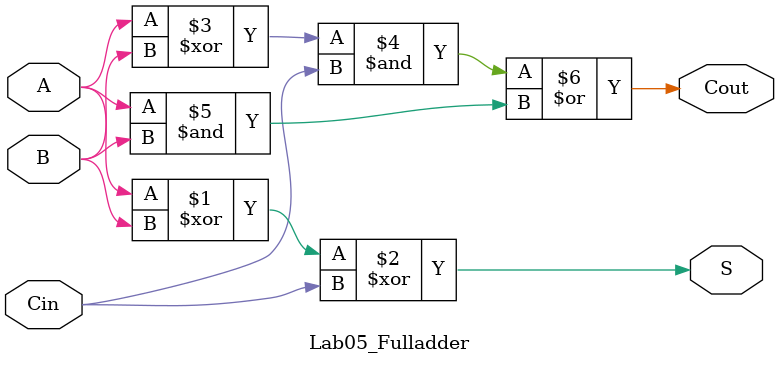
<source format=v>
`timescale 1ns / 1ps


module Lab05_Fulladder(
//input
A,
B,
Cin,
//output
S,
Cout    
    );
input A,B,Cin;
output S,Cout;
    assign S = ((A^B)^Cin);
    assign Cout = (((A^B)&Cin)|(A&B));
    
    
endmodule


</source>
